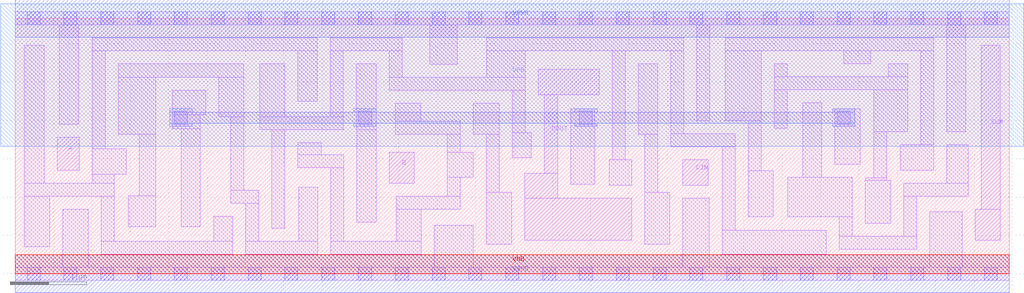
<source format=lef>
# Copyright 2020 The SkyWater PDK Authors
#
# Licensed under the Apache License, Version 2.0 (the "License");
# you may not use this file except in compliance with the License.
# You may obtain a copy of the License at
#
#     https://www.apache.org/licenses/LICENSE-2.0
#
# Unless required by applicable law or agreed to in writing, software
# distributed under the License is distributed on an "AS IS" BASIS,
# WITHOUT WARRANTIES OR CONDITIONS OF ANY KIND, either express or implied.
# See the License for the specific language governing permissions and
# limitations under the License.
#
# SPDX-License-Identifier: Apache-2.0

VERSION 5.7 ;
  NOWIREEXTENSIONATPIN ON ;
  DIVIDERCHAR "/" ;
  BUSBITCHARS "[]" ;
MACRO sky130_fd_sc_hs__fahcin_1
  CLASS CORE ;
  FOREIGN sky130_fd_sc_hs__fahcin_1 ;
  ORIGIN  0.000000  0.000000 ;
  SIZE  12.96000 BY  3.330000 ;
  SYMMETRY X Y ;
  SITE unit ;
  PIN A
    ANTENNAGATEAREA  0.279000 ;
    DIRECTION INPUT ;
    USE SIGNAL ;
    PORT
      LAYER li1 ;
        RECT 0.545000 1.350000 0.835000 1.780000 ;
    END
  END A
  PIN B
    ANTENNAGATEAREA  0.723000 ;
    DIRECTION INPUT ;
    USE SIGNAL ;
    PORT
      LAYER li1 ;
        RECT 4.875000 1.180000 5.205000 1.585000 ;
    END
  END B
  PIN CIN
    ANTENNAGATEAREA  0.525000 ;
    DIRECTION INPUT ;
    USE SIGNAL ;
    PORT
      LAYER li1 ;
        RECT 8.705000 1.155000 9.035000 1.485000 ;
    END
  END CIN
  PIN COUT
    ANTENNADIFFAREA  1.959800 ;
    DIRECTION OUTPUT ;
    USE SIGNAL ;
    PORT
      LAYER li1 ;
        RECT 6.640000 0.440000 8.035000 0.985000 ;
        RECT 6.640000 0.985000 7.070000 1.310000 ;
        RECT 6.820000 2.335000 7.615000 2.665000 ;
        RECT 6.900000 1.310000 7.070000 2.335000 ;
    END
  END COUT
  PIN SUM
    ANTENNADIFFAREA  0.541300 ;
    DIRECTION OUTPUT ;
    USE SIGNAL ;
    PORT
      LAYER li1 ;
        RECT 12.515000 0.440000 12.845000 0.840000 ;
        RECT 12.595000 0.840000 12.845000 2.980000 ;
    END
  END SUM
  PIN VGND
    DIRECTION INOUT ;
    USE GROUND ;
    PORT
      LAYER met1 ;
        RECT 0.000000 -0.245000 12.960000 0.245000 ;
    END
  END VGND
  PIN VNB
    DIRECTION INOUT ;
    USE GROUND ;
    PORT
      LAYER pwell ;
        RECT 0.000000 0.000000 12.960000 0.245000 ;
    END
  END VNB
  PIN VPB
    DIRECTION INOUT ;
    USE POWER ;
    PORT
      LAYER nwell ;
        RECT -0.190000 1.660000 13.150000 3.520000 ;
    END
  END VPB
  PIN VPWR
    DIRECTION INOUT ;
    USE POWER ;
    PORT
      LAYER met1 ;
        RECT 0.000000 3.085000 12.960000 3.575000 ;
    END
  END VPWR
  OBS
    LAYER li1 ;
      RECT  0.000000 -0.085000 12.960000 0.085000 ;
      RECT  0.000000  3.245000 12.960000 3.415000 ;
      RECT  0.120000  0.350000  0.450000 1.010000 ;
      RECT  0.120000  1.010000  1.290000 1.180000 ;
      RECT  0.120000  1.180000  0.375000 2.980000 ;
      RECT  0.575000  1.950000  0.825000 3.245000 ;
      RECT  0.620000  0.085000  0.950000 0.840000 ;
      RECT  1.005000  1.180000  1.290000 1.300000 ;
      RECT  1.005000  1.300000  1.445000 1.630000 ;
      RECT  1.005000  1.630000  1.175000 2.905000 ;
      RECT  1.005000  2.905000  3.935000 3.075000 ;
      RECT  1.120000  0.255000  2.835000 0.425000 ;
      RECT  1.120000  0.425000  1.290000 1.010000 ;
      RECT  1.345000  1.820000  1.835000 2.565000 ;
      RECT  1.345000  2.565000  2.980000 2.735000 ;
      RECT  1.475000  0.615000  1.835000 1.020000 ;
      RECT  1.615000  1.020000  1.835000 1.820000 ;
      RECT  2.045000  1.890000  2.415000 2.070000 ;
      RECT  2.045000  2.070000  2.485000 2.395000 ;
      RECT  2.165000  0.615000  2.415000 1.890000 ;
      RECT  2.585000  0.425000  2.835000 0.750000 ;
      RECT  2.655000  2.045000  2.980000 2.565000 ;
      RECT  2.810000  0.920000  3.175000 1.090000 ;
      RECT  2.810000  1.090000  2.980000 2.045000 ;
      RECT  3.005000  0.255000  3.945000 0.425000 ;
      RECT  3.005000  0.425000  3.175000 0.920000 ;
      RECT  3.185000  1.875000  3.515000 1.880000 ;
      RECT  3.185000  1.880000  4.275000 2.050000 ;
      RECT  3.185000  2.050000  3.515000 2.735000 ;
      RECT  3.345000  0.595000  3.515000 1.875000 ;
      RECT  3.685000  1.380000  4.285000 1.550000 ;
      RECT  3.685000  1.550000  3.990000 1.710000 ;
      RECT  3.685000  2.250000  3.935000 2.905000 ;
      RECT  3.695000  0.425000  3.945000 1.125000 ;
      RECT  4.105000  2.050000  4.275000 2.905000 ;
      RECT  4.105000  2.905000  5.045000 3.075000 ;
      RECT  4.115000  0.255000  5.295000 0.425000 ;
      RECT  4.115000  0.425000  4.285000 1.380000 ;
      RECT  4.445000  1.875000  4.705000 2.735000 ;
      RECT  4.455000  0.670000  4.705000 1.875000 ;
      RECT  4.875000  2.390000  6.650000 2.560000 ;
      RECT  4.875000  2.560000  5.045000 2.905000 ;
      RECT  4.955000  1.820000  5.800000 1.990000 ;
      RECT  4.955000  1.990000  5.285000 2.220000 ;
      RECT  4.965000  0.425000  5.295000 0.840000 ;
      RECT  4.965000  0.840000  5.800000 1.010000 ;
      RECT  5.405000  2.730000  5.765000 3.245000 ;
      RECT  5.465000  0.085000  5.970000 0.635000 ;
      RECT  5.630000  1.010000  5.800000 1.255000 ;
      RECT  5.630000  1.255000  5.970000 1.585000 ;
      RECT  5.630000  1.585000  5.800000 1.820000 ;
      RECT  5.970000  1.820000  6.310000 2.220000 ;
      RECT  6.140000  0.385000  6.470000 1.065000 ;
      RECT  6.140000  1.065000  6.310000 1.820000 ;
      RECT  6.150000  2.560000  6.650000 2.905000 ;
      RECT  6.150000  2.905000  8.715000 3.075000 ;
      RECT  6.480000  1.510000  6.730000 1.840000 ;
      RECT  6.480000  1.840000  6.650000 2.390000 ;
      RECT  7.240000  1.170000  7.555000 2.150000 ;
      RECT  7.745000  1.155000  8.035000 1.485000 ;
      RECT  7.785000  1.485000  7.955000 2.905000 ;
      RECT  8.125000  1.820000  8.375000 2.735000 ;
      RECT  8.205000  0.385000  8.535000 1.065000 ;
      RECT  8.205000  1.065000  8.375000 1.820000 ;
      RECT  8.545000  1.655000  9.385000 1.825000 ;
      RECT  8.545000  1.825000  8.715000 2.905000 ;
      RECT  8.705000  0.085000  9.045000 0.985000 ;
      RECT  8.885000  1.995000  9.055000 3.245000 ;
      RECT  9.215000  0.255000 10.575000 0.570000 ;
      RECT  9.215000  0.570000  9.385000 1.655000 ;
      RECT  9.255000  1.995000  9.725000 2.905000 ;
      RECT  9.255000  2.905000 11.975000 3.075000 ;
      RECT  9.555000  0.740000  9.885000 1.340000 ;
      RECT  9.555000  1.340000  9.725000 1.995000 ;
      RECT  9.895000  1.900000 10.065000 2.400000 ;
      RECT  9.895000  2.400000 11.635000 2.570000 ;
      RECT  9.895000  2.570000 10.065000 2.735000 ;
      RECT 10.070000  0.740000 10.915000 1.260000 ;
      RECT 10.265000  1.260000 10.515000 2.230000 ;
      RECT 10.685000  1.430000 11.015000 2.150000 ;
      RECT 10.745000  0.320000 11.755000 0.490000 ;
      RECT 10.745000  0.490000 10.915000 0.740000 ;
      RECT 10.800000  2.740000 11.155000 2.905000 ;
      RECT 11.085000  0.660000 11.415000 1.220000 ;
      RECT 11.085000  1.220000 11.365000 1.250000 ;
      RECT 11.195000  1.250000 11.365000 1.850000 ;
      RECT 11.195000  1.850000 11.635000 2.400000 ;
      RECT 11.385000  2.570000 11.635000 2.735000 ;
      RECT 11.535000  1.350000 11.975000 1.680000 ;
      RECT 11.585000  0.490000 11.755000 1.010000 ;
      RECT 11.585000  1.010000 12.425000 1.180000 ;
      RECT 11.805000  1.680000 11.975000 2.905000 ;
      RECT 11.925000  0.085000 12.345000 0.810000 ;
      RECT 12.145000  1.180000 12.425000 1.680000 ;
      RECT 12.145000  1.850000 12.395000 3.245000 ;
    LAYER mcon ;
      RECT  0.155000 -0.085000  0.325000 0.085000 ;
      RECT  0.155000  3.245000  0.325000 3.415000 ;
      RECT  0.635000 -0.085000  0.805000 0.085000 ;
      RECT  0.635000  3.245000  0.805000 3.415000 ;
      RECT  1.115000 -0.085000  1.285000 0.085000 ;
      RECT  1.115000  3.245000  1.285000 3.415000 ;
      RECT  1.595000 -0.085000  1.765000 0.085000 ;
      RECT  1.595000  3.245000  1.765000 3.415000 ;
      RECT  2.075000 -0.085000  2.245000 0.085000 ;
      RECT  2.075000  1.950000  2.245000 2.120000 ;
      RECT  2.075000  3.245000  2.245000 3.415000 ;
      RECT  2.555000 -0.085000  2.725000 0.085000 ;
      RECT  2.555000  3.245000  2.725000 3.415000 ;
      RECT  3.035000 -0.085000  3.205000 0.085000 ;
      RECT  3.035000  3.245000  3.205000 3.415000 ;
      RECT  3.515000 -0.085000  3.685000 0.085000 ;
      RECT  3.515000  3.245000  3.685000 3.415000 ;
      RECT  3.995000 -0.085000  4.165000 0.085000 ;
      RECT  3.995000  3.245000  4.165000 3.415000 ;
      RECT  4.475000 -0.085000  4.645000 0.085000 ;
      RECT  4.475000  1.950000  4.645000 2.120000 ;
      RECT  4.475000  3.245000  4.645000 3.415000 ;
      RECT  4.955000 -0.085000  5.125000 0.085000 ;
      RECT  4.955000  3.245000  5.125000 3.415000 ;
      RECT  5.435000 -0.085000  5.605000 0.085000 ;
      RECT  5.435000  3.245000  5.605000 3.415000 ;
      RECT  5.915000 -0.085000  6.085000 0.085000 ;
      RECT  5.915000  3.245000  6.085000 3.415000 ;
      RECT  6.395000 -0.085000  6.565000 0.085000 ;
      RECT  6.395000  3.245000  6.565000 3.415000 ;
      RECT  6.875000 -0.085000  7.045000 0.085000 ;
      RECT  6.875000  3.245000  7.045000 3.415000 ;
      RECT  7.355000 -0.085000  7.525000 0.085000 ;
      RECT  7.355000  1.950000  7.525000 2.120000 ;
      RECT  7.355000  3.245000  7.525000 3.415000 ;
      RECT  7.835000 -0.085000  8.005000 0.085000 ;
      RECT  7.835000  3.245000  8.005000 3.415000 ;
      RECT  8.315000 -0.085000  8.485000 0.085000 ;
      RECT  8.315000  3.245000  8.485000 3.415000 ;
      RECT  8.795000 -0.085000  8.965000 0.085000 ;
      RECT  8.795000  3.245000  8.965000 3.415000 ;
      RECT  9.275000 -0.085000  9.445000 0.085000 ;
      RECT  9.275000  3.245000  9.445000 3.415000 ;
      RECT  9.755000 -0.085000  9.925000 0.085000 ;
      RECT  9.755000  3.245000  9.925000 3.415000 ;
      RECT 10.235000 -0.085000 10.405000 0.085000 ;
      RECT 10.235000  3.245000 10.405000 3.415000 ;
      RECT 10.715000 -0.085000 10.885000 0.085000 ;
      RECT 10.715000  1.950000 10.885000 2.120000 ;
      RECT 10.715000  3.245000 10.885000 3.415000 ;
      RECT 11.195000 -0.085000 11.365000 0.085000 ;
      RECT 11.195000  3.245000 11.365000 3.415000 ;
      RECT 11.675000 -0.085000 11.845000 0.085000 ;
      RECT 11.675000  3.245000 11.845000 3.415000 ;
      RECT 12.155000 -0.085000 12.325000 0.085000 ;
      RECT 12.155000  3.245000 12.325000 3.415000 ;
      RECT 12.635000 -0.085000 12.805000 0.085000 ;
      RECT 12.635000  3.245000 12.805000 3.415000 ;
    LAYER met1 ;
      RECT  2.015000 1.920000  2.305000 1.965000 ;
      RECT  2.015000 1.965000 10.945000 2.105000 ;
      RECT  2.015000 2.105000  2.305000 2.150000 ;
      RECT  4.415000 1.920000  4.705000 1.965000 ;
      RECT  4.415000 2.105000  4.705000 2.150000 ;
      RECT  7.295000 1.920000  7.585000 1.965000 ;
      RECT  7.295000 2.105000  7.585000 2.150000 ;
      RECT 10.655000 1.920000 10.945000 1.965000 ;
      RECT 10.655000 2.105000 10.945000 2.150000 ;
  END
END sky130_fd_sc_hs__fahcin_1
END LIBRARY

</source>
